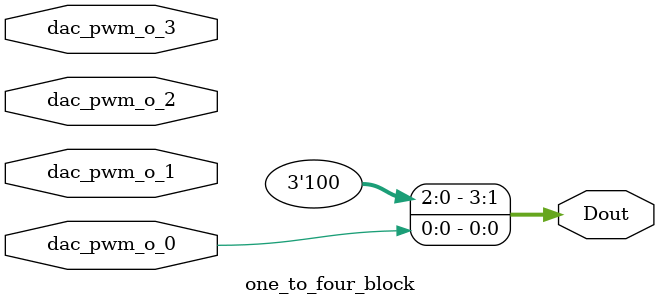
<source format=v>
`timescale 1ns / 1ps


module one_to_four_block(
input dac_pwm_o_0,
input dac_pwm_o_1,
input dac_pwm_o_2,
input dac_pwm_o_3,
output [3:0] Dout
    );
    assign Dout = {1'b1,1'b0,1'b0,dac_pwm_o_0};
    
endmodule
</source>
